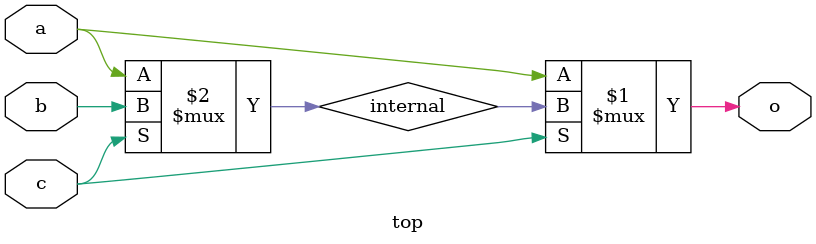
<source format=v>
module top (
  a,
  b,
  c,
  o);

input wire a;
input wire b;
input wire c;
output wire o;
   
wire internal;

assign o = (c) ? internal : a;
assign internal = (c) ? b : a;
   
endmodule

</source>
